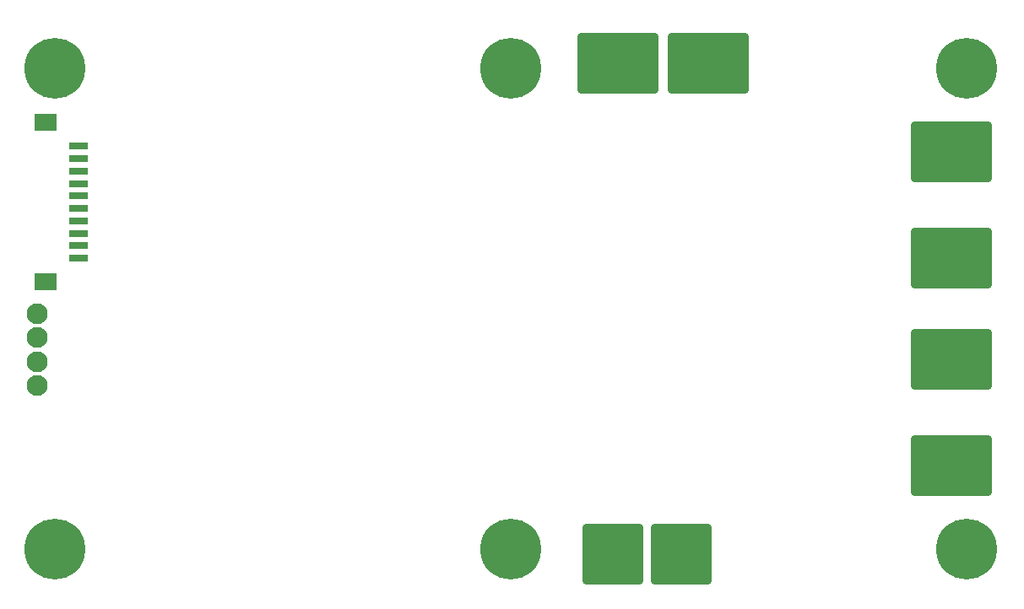
<source format=gbs>
G04*
G04 #@! TF.GenerationSoftware,Altium Limited,Altium Designer,21.6.4 (81)*
G04*
G04 Layer_Color=16711935*
%FSLAX25Y25*%
%MOIN*%
G70*
G04*
G04 #@! TF.SameCoordinates,3BA059D2-C19B-422F-8E39-1BAB5BDEDA6E*
G04*
G04*
G04 #@! TF.FilePolarity,Negative*
G04*
G01*
G75*
%ADD79R,0.07480X0.03150*%
%ADD80R,0.09055X0.06693*%
G04:AMPARAMS|DCode=86|XSize=240.16mil|YSize=240.16mil|CornerRadius=13.78mil|HoleSize=0mil|Usage=FLASHONLY|Rotation=90.000|XOffset=0mil|YOffset=0mil|HoleType=Round|Shape=RoundedRectangle|*
%AMROUNDEDRECTD86*
21,1,0.24016,0.21260,0,0,90.0*
21,1,0.21260,0.24016,0,0,90.0*
1,1,0.02756,0.10630,0.10630*
1,1,0.02756,0.10630,-0.10630*
1,1,0.02756,-0.10630,-0.10630*
1,1,0.02756,-0.10630,0.10630*
%
%ADD86ROUNDEDRECTD86*%
G04:AMPARAMS|DCode=87|XSize=240.16mil|YSize=240.16mil|CornerRadius=13.78mil|HoleSize=0mil|Usage=FLASHONLY|Rotation=180.000|XOffset=0mil|YOffset=0mil|HoleType=Round|Shape=RoundedRectangle|*
%AMROUNDEDRECTD87*
21,1,0.24016,0.21260,0,0,180.0*
21,1,0.21260,0.24016,0,0,180.0*
1,1,0.02756,-0.10630,0.10630*
1,1,0.02756,0.10630,0.10630*
1,1,0.02756,0.10630,-0.10630*
1,1,0.02756,-0.10630,-0.10630*
%
%ADD87ROUNDEDRECTD87*%
G04:AMPARAMS|DCode=88|XSize=318.9mil|YSize=240.16mil|CornerRadius=13.78mil|HoleSize=0mil|Usage=FLASHONLY|Rotation=0.000|XOffset=0mil|YOffset=0mil|HoleType=Round|Shape=RoundedRectangle|*
%AMROUNDEDRECTD88*
21,1,0.31890,0.21260,0,0,0.0*
21,1,0.29134,0.24016,0,0,0.0*
1,1,0.02756,0.14567,-0.10630*
1,1,0.02756,-0.14567,-0.10630*
1,1,0.02756,-0.14567,0.10630*
1,1,0.02756,0.14567,0.10630*
%
%ADD88ROUNDEDRECTD88*%
%ADD123C,0.03740*%
%ADD124C,0.24016*%
%ADD125C,0.08268*%
D79*
X24213Y174146D02*
D03*
Y169224D02*
D03*
Y164303D02*
D03*
Y159382D02*
D03*
Y154461D02*
D03*
Y149539D02*
D03*
Y144618D02*
D03*
Y139697D02*
D03*
Y134776D02*
D03*
Y129854D02*
D03*
D80*
X11220Y120602D02*
D03*
Y183398D02*
D03*
D86*
X262500Y13000D02*
D03*
D87*
X235500D02*
D03*
D88*
X237500Y207000D02*
D03*
X273000D02*
D03*
X369000Y48000D02*
D03*
Y90000D02*
D03*
Y130000D02*
D03*
Y172000D02*
D03*
D123*
X254500Y13000D02*
D03*
Y21000D02*
D03*
Y5000D02*
D03*
X262500D02*
D03*
Y13000D02*
D03*
Y21000D02*
D03*
X270500D02*
D03*
Y13000D02*
D03*
Y5000D02*
D03*
X235500D02*
D03*
X227500D02*
D03*
X243500D02*
D03*
Y13000D02*
D03*
X235500D02*
D03*
X227500D02*
D03*
Y21000D02*
D03*
X235500D02*
D03*
X243500D02*
D03*
X225500Y199000D02*
D03*
X233500D02*
D03*
X241500D02*
D03*
X249500D02*
D03*
Y207000D02*
D03*
X241500D02*
D03*
X233500D02*
D03*
X225500D02*
D03*
Y215000D02*
D03*
X249500D02*
D03*
X241500D02*
D03*
X233500D02*
D03*
X261000Y199000D02*
D03*
X269000D02*
D03*
X277000D02*
D03*
X285000D02*
D03*
Y207000D02*
D03*
X277000D02*
D03*
X269000D02*
D03*
X261000D02*
D03*
Y215000D02*
D03*
X285000D02*
D03*
X277000D02*
D03*
X269000D02*
D03*
X365000Y56000D02*
D03*
X373000D02*
D03*
X381000D02*
D03*
X357000D02*
D03*
Y48000D02*
D03*
X365000D02*
D03*
X373000D02*
D03*
X381000D02*
D03*
Y40000D02*
D03*
X373000D02*
D03*
X365000D02*
D03*
X357000D02*
D03*
X365000Y98000D02*
D03*
X373000D02*
D03*
X381000D02*
D03*
X357000D02*
D03*
Y90000D02*
D03*
X365000D02*
D03*
X373000D02*
D03*
X381000D02*
D03*
Y82000D02*
D03*
X373000D02*
D03*
X365000D02*
D03*
X357000D02*
D03*
Y122000D02*
D03*
X365000D02*
D03*
X373000D02*
D03*
X381000D02*
D03*
Y130000D02*
D03*
X373000D02*
D03*
X365000D02*
D03*
X357000D02*
D03*
Y138000D02*
D03*
X381000D02*
D03*
X373000D02*
D03*
X365000D02*
D03*
Y180000D02*
D03*
X373000D02*
D03*
X381000D02*
D03*
X357000D02*
D03*
Y172000D02*
D03*
X365000D02*
D03*
X373000D02*
D03*
X381000D02*
D03*
Y164000D02*
D03*
X373000D02*
D03*
X365000D02*
D03*
X357000D02*
D03*
D124*
X195000Y205000D02*
D03*
Y15000D02*
D03*
X375000Y205000D02*
D03*
X15000D02*
D03*
X375000Y15000D02*
D03*
X15000D02*
D03*
D125*
X8000Y108000D02*
D03*
Y79500D02*
D03*
Y98500D02*
D03*
Y89000D02*
D03*
M02*

</source>
